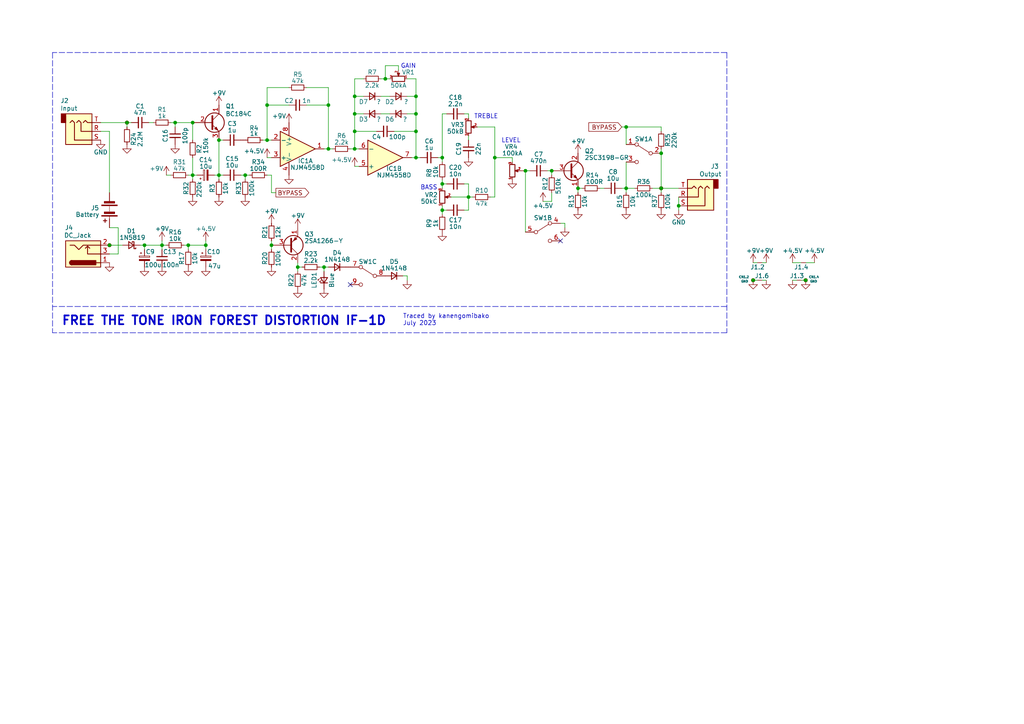
<source format=kicad_sch>
(kicad_sch (version 20230121) (generator eeschema)
  (paper "A4")
  (lib_symbols
    (symbol "Amplifier_Operational:NJM4558" (pin_names (offset 0.127))
      (property "Reference" "U" (at 0 5.08 0))
      (property "Value" "NJM4558" (at 0 -5.08 0))
      (symbol "NJM4558_1_1"
        (polyline (pts (xy -5.08 5.08) (xy 5.08 0) (xy -5.08 -5.08) (xy -5.08 5.08)) (stroke (width 0.254)) (fill (type background)))
        (pin output line (at 7.62 0 180) (length 2.54) (name "~") (number "1"))
        (pin input line (at -7.62 -2.54 0) (length 2.54) (name "-") (number "2"))
        (pin input line (at -7.62 2.54 0) (length 2.54) (name "+") (number "3"))
      )
      (symbol "NJM4558_2_1"
        (polyline (pts (xy -5.08 5.08) (xy 5.08 0) (xy -5.08 -5.08) (xy -5.08 5.08)) (stroke (width 0.254)) (fill (type background)))
        (pin input line (at -7.62 2.54 0) (length 2.54) (name "+") (number "5"))
        (pin input line (at -7.62 -2.54 0) (length 2.54) (name "-") (number "6"))
        (pin output line (at 7.62 0 180) (length 2.54) (name "~") (number "7"))
      )
      (symbol "NJM4558_3_1"
        (pin power_in line (at -2.54 -7.62 90) (length 3.81) (name "V-") (number "4"))
        (pin power_in line (at -2.54 7.62 270) (length 3.81) (name "V+") (number "8"))
      )
    )
    (symbol "Connector:Barrel_Jack_Switch" (pin_names hide)
      (property "Reference" "J" (at 0 5.334 0))
      (property "Value" "Barrel_Jack_Switch" (at 0 -5.08 0))
      (symbol "Barrel_Jack_Switch_0_1"
        (rectangle (start -5.08 3.81) (end 5.08 -3.81) (stroke (width 0.254)) (fill (type background)))
        (arc (start -3.302 3.175) (mid -3.9343 2.54) (end -3.302 1.905) (stroke (width 0.254)))
        (arc (start -3.302 3.175) (mid -3.9343 2.54) (end -3.302 1.905) (stroke (width 0.254)) (fill (type outline)))
        (polyline (pts (xy 1.27 -2.286) (xy 1.905 -1.651)) (stroke (width 0.254)))
        (polyline (pts (xy 5.08 2.54) (xy 3.81 2.54)) (stroke (width 0.254)))
        (polyline (pts (xy 5.08 0) (xy 1.27 0) (xy 1.27 -2.286) (xy 0.635 -1.651)) (stroke (width 0.254)))
        (polyline (pts (xy -3.81 -2.54) (xy -2.54 -2.54) (xy -1.27 -1.27) (xy 0 -2.54) (xy 2.54 -2.54) (xy 5.08 -2.54)) (stroke (width 0.254)))
        (rectangle (start 3.683 3.175) (end -3.302 1.905) (stroke (width 0.254)) (fill (type outline)))
      )
      (symbol "Barrel_Jack_Switch_1_1"
        (pin passive line (at 7.62 2.54 180) (length 2.54) (name "~") (number "1"))
        (pin passive line (at 7.62 -2.54 180) (length 2.54) (name "~") (number "2"))
        (pin passive line (at 7.62 0 180) (length 2.54) (name "~") (number "3"))
      )
    )
    (symbol "Connector:TestPoint_Small" (pin_numbers hide) (pin_names (offset 0.762) hide)
      (property "Reference" "TP" (at 0 3.81 0))
      (property "Value" "TestPoint_Small" (at 0 2.032 0))
      (symbol "TestPoint_Small_0_1"
        (circle (center 0 0) (radius 0.508))
      )
      (symbol "TestPoint_Small_1_1"
        (pin passive line (at 0 0 90) (length 0) (name "1") (number "1"))
      )
    )
    (symbol "Connector_Audio:AudioJack3"
      (property "Reference" "J" (at 0 8.89 0))
      (property "Value" "AudioJack3" (at 0 6.35 0))
      (symbol "AudioJack3_0_1"
        (rectangle (start -5.08 -5.08) (end -6.35 -2.54) (stroke (width 0.254)) (fill (type outline)))
        (polyline (pts (xy 0 -2.54) (xy 0.635 -3.175) (xy 1.27 -2.54) (xy 2.54 -2.54)) (stroke (width 0.254)))
        (polyline (pts (xy -1.905 -2.54) (xy -1.27 -3.175) (xy -0.635 -2.54) (xy -0.635 0) (xy 2.54 0)) (stroke (width 0.254)))
        (polyline (pts (xy 2.54 2.54) (xy -2.54 2.54) (xy -2.54 -2.54) (xy -3.175 -3.175) (xy -3.81 -2.54)) (stroke (width 0.254)))
        (rectangle (start 2.54 3.81) (end -5.08 -5.08) (stroke (width 0.254)) (fill (type background)))
      )
      (symbol "AudioJack3_1_1"
        (pin passive line (at 5.08 0 180) (length 2.54) (name "~") (number "R"))
        (pin passive line (at 5.08 2.54 180) (length 2.54) (name "~") (number "S"))
        (pin passive line (at 5.08 -2.54 180) (length 2.54) (name "~") (number "T"))
      )
    )
    (symbol "Device:Battery" (pin_numbers hide) (pin_names (offset 0) hide)
      (property "Reference" "BT" (at 2.54 2.54 0))
      (property "Value" "Battery" (at 2.54 0 0))
      (symbol "Battery_0_1"
        (rectangle (start -2.286 -1.27) (end 2.286 -1.524) (fill (type outline)))
        (rectangle (start -2.286 1.778) (end 2.286 1.524) (fill (type outline)))
        (rectangle (start -1.524 -2.032) (end 1.524 -2.54) (fill (type outline)))
        (rectangle (start -1.524 1.016) (end 1.524 0.508) (fill (type outline)))
        (polyline (pts (xy 0 -1.016) (xy 0 -0.762)))
        (polyline (pts (xy 0 -0.508) (xy 0 -0.254)))
        (polyline (pts (xy 0 0) (xy 0 0.254)))
        (polyline (pts (xy 0 1.778) (xy 0 2.54)))
        (polyline (pts (xy 0.762 3.048) (xy 1.778 3.048)) (stroke (width 0.254)))
        (polyline (pts (xy 1.27 3.556) (xy 1.27 2.54)) (stroke (width 0.254)))
      )
      (symbol "Battery_1_1"
        (pin passive line (at 0 5.08 270) (length 2.54) (name "+") (number "1"))
        (pin passive line (at 0 -5.08 90) (length 2.54) (name "-") (number "2"))
      )
    )
    (symbol "Device:C_Polarized_Small" (pin_numbers hide) (pin_names (offset 0.254) hide)
      (property "Reference" "C" (at 0.254 1.778 0))
      (property "Value" "C_Polarized_Small" (at 0.254 -2.032 0))
      (symbol "C_Polarized_Small_0_1"
        (rectangle (start -1.524 -0.3048) (end 1.524 -0.6858) (fill (type outline)))
        (rectangle (start -1.524 0.6858) (end 1.524 0.3048))
        (polyline (pts (xy -1.27 1.524) (xy -0.762 1.524)))
        (polyline (pts (xy -1.016 1.27) (xy -1.016 1.778)))
      )
      (symbol "C_Polarized_Small_1_1"
        (pin passive line (at 0 2.54 270) (length 1.8542) (name "~") (number "1"))
        (pin passive line (at 0 -2.54 90) (length 1.8542) (name "~") (number "2"))
      )
    )
    (symbol "Device:C_Small" (pin_numbers hide) (pin_names (offset 0.254) hide)
      (property "Reference" "C" (at 0.254 1.778 0))
      (property "Value" "C_Small" (at 0.254 -2.032 0))
      (symbol "C_Small_0_1"
        (polyline (pts (xy -1.524 -0.508) (xy 1.524 -0.508)) (stroke (width 0.3302)))
        (polyline (pts (xy -1.524 0.508) (xy 1.524 0.508)) (stroke (width 0.3048)))
      )
      (symbol "C_Small_1_1"
        (pin passive line (at 0 2.54 270) (length 2.032) (name "~") (number "1"))
        (pin passive line (at 0 -2.54 90) (length 2.032) (name "~") (number "2"))
      )
    )
    (symbol "Device:D_Schottky_Small" (pin_numbers hide) (pin_names (offset 0.254) hide)
      (property "Reference" "D" (at -1.27 2.032 0))
      (property "Value" "D_Schottky_Small" (at -7.112 -2.032 0))
      (symbol "D_Schottky_Small_0_1"
        (polyline (pts (xy -0.762 0) (xy 0.762 0)))
        (polyline (pts (xy 0.762 -1.016) (xy -0.762 0) (xy 0.762 1.016) (xy 0.762 -1.016)) (stroke (width 0.254)))
        (polyline (pts (xy -1.27 0.762) (xy -1.27 1.016) (xy -0.762 1.016) (xy -0.762 -1.016) (xy -0.254 -1.016) (xy -0.254 -0.762)) (stroke (width 0.254)))
      )
      (symbol "D_Schottky_Small_1_1"
        (pin passive line (at -2.54 0 0) (length 1.778) (name "K") (number "1"))
        (pin passive line (at 2.54 0 180) (length 1.778) (name "A") (number "2"))
      )
    )
    (symbol "Device:D_Small" (pin_numbers hide) (pin_names (offset 0.254) hide)
      (property "Reference" "D" (at -1.27 2.032 0))
      (property "Value" "D_Small" (at -3.81 -2.032 0))
      (symbol "D_Small_0_1"
        (polyline (pts (xy -0.762 -1.016) (xy -0.762 1.016)) (stroke (width 0.254)))
        (polyline (pts (xy -0.762 0) (xy 0.762 0)))
        (polyline (pts (xy 0.762 -1.016) (xy -0.762 0) (xy 0.762 1.016) (xy 0.762 -1.016)) (stroke (width 0.254)))
      )
      (symbol "D_Small_1_1"
        (pin passive line (at -2.54 0 0) (length 1.778) (name "K") (number "1"))
        (pin passive line (at 2.54 0 180) (length 1.778) (name "A") (number "2"))
      )
    )
    (symbol "Device:LED_Small" (pin_numbers hide) (pin_names (offset 0.254) hide)
      (property "Reference" "D" (at -1.27 3.175 0))
      (property "Value" "LED_Small" (at -4.445 -2.54 0))
      (symbol "LED_Small_0_1"
        (polyline (pts (xy -0.762 -1.016) (xy -0.762 1.016)) (stroke (width 0.254)))
        (polyline (pts (xy 1.016 0) (xy -0.762 0)))
        (polyline (pts (xy 0.762 -1.016) (xy -0.762 0) (xy 0.762 1.016) (xy 0.762 -1.016)) (stroke (width 0.254)))
        (polyline (pts (xy 0 0.762) (xy -0.508 1.27) (xy -0.254 1.27) (xy -0.508 1.27) (xy -0.508 1.016)))
        (polyline (pts (xy 0.508 1.27) (xy 0 1.778) (xy 0.254 1.778) (xy 0 1.778) (xy 0 1.524)))
      )
      (symbol "LED_Small_1_1"
        (pin passive line (at -2.54 0 0) (length 1.778) (name "K") (number "1"))
        (pin passive line (at 2.54 0 180) (length 1.778) (name "A") (number "2"))
      )
    )
    (symbol "Device:Q_NPN_CBE" (pin_names (offset 0) hide)
      (property "Reference" "Q" (at 5.08 1.27 0))
      (property "Value" "Q_NPN_CBE" (at 5.08 -1.27 0))
      (symbol "Q_NPN_CBE_0_1"
        (polyline (pts (xy 0.635 0.635) (xy 2.54 2.54)))
        (polyline (pts (xy 0.635 -0.635) (xy 2.54 -2.54) (xy 2.54 -2.54)))
        (polyline (pts (xy 0.635 1.905) (xy 0.635 -1.905) (xy 0.635 -1.905)) (stroke (width 0.508)))
        (polyline (pts (xy 1.27 -1.778) (xy 1.778 -1.27) (xy 2.286 -2.286) (xy 1.27 -1.778) (xy 1.27 -1.778)) (fill (type outline)))
        (circle (center 1.27 0) (radius 2.8194) (stroke (width 0.254)))
      )
      (symbol "Q_NPN_CBE_1_1"
        (pin passive line (at 2.54 5.08 270) (length 2.54) (name "C") (number "1"))
        (pin input line (at -5.08 0 0) (length 5.715) (name "B") (number "2"))
        (pin passive line (at 2.54 -5.08 90) (length 2.54) (name "E") (number "3"))
      )
    )
    (symbol "Device:Q_NPN_ECB" (pin_names (offset 0) hide)
      (property "Reference" "Q" (at 5.08 1.27 0))
      (property "Value" "Q_NPN_ECB" (at 5.08 -1.27 0))
      (symbol "Q_NPN_ECB_0_1"
        (polyline (pts (xy 0.635 0.635) (xy 2.54 2.54)))
        (polyline (pts (xy 0.635 -0.635) (xy 2.54 -2.54) (xy 2.54 -2.54)))
        (polyline (pts (xy 0.635 1.905) (xy 0.635 -1.905) (xy 0.635 -1.905)) (stroke (width 0.508)))
        (polyline (pts (xy 1.27 -1.778) (xy 1.778 -1.27) (xy 2.286 -2.286) (xy 1.27 -1.778) (xy 1.27 -1.778)) (fill (type outline)))
        (circle (center 1.27 0) (radius 2.8194) (stroke (width 0.254)))
      )
      (symbol "Q_NPN_ECB_1_1"
        (pin passive line (at 2.54 -5.08 90) (length 2.54) (name "E") (number "1"))
        (pin passive line (at 2.54 5.08 270) (length 2.54) (name "C") (number "2"))
        (pin passive line (at -5.08 0 0) (length 5.715) (name "B") (number "3"))
      )
    )
    (symbol "Device:Q_PNP_ECB" (pin_names (offset 0) hide)
      (property "Reference" "Q" (at 5.08 1.27 0))
      (property "Value" "Q_PNP_ECB" (at 5.08 -1.27 0))
      (symbol "Q_PNP_ECB_0_1"
        (polyline (pts (xy 0.635 0.635) (xy 2.54 2.54)))
        (polyline (pts (xy 0.635 -0.635) (xy 2.54 -2.54) (xy 2.54 -2.54)))
        (polyline (pts (xy 0.635 1.905) (xy 0.635 -1.905) (xy 0.635 -1.905)) (stroke (width 0.508)))
        (polyline (pts (xy 2.286 -1.778) (xy 1.778 -2.286) (xy 1.27 -1.27) (xy 2.286 -1.778) (xy 2.286 -1.778)) (fill (type outline)))
        (circle (center 1.27 0) (radius 2.8194) (stroke (width 0.254)))
      )
      (symbol "Q_PNP_ECB_1_1"
        (pin passive line (at 2.54 -5.08 90) (length 2.54) (name "E") (number "1"))
        (pin passive line (at 2.54 5.08 270) (length 2.54) (name "C") (number "2"))
        (pin input line (at -5.08 0 0) (length 5.715) (name "B") (number "3"))
      )
    )
    (symbol "Device:R_Potentiometer_Small" (pin_names (offset 1.016) hide)
      (property "Reference" "RV" (at -4.445 0 90))
      (property "Value" "R_Potentiometer_Small" (at -2.54 0 90))
      (symbol "R_Potentiometer_Small_0_1"
        (polyline (pts (xy 0.889 0) (xy 0.635 0) (xy 1.651 0.381) (xy 1.651 -0.381) (xy 0.635 0) (xy 0.889 0)) (fill (type outline)))
        (rectangle (start 0.762 1.8034) (end -0.762 -1.8034) (stroke (width 0.254)))
      )
      (symbol "R_Potentiometer_Small_1_1"
        (pin passive line (at 0 2.54 270) (length 0.635) (name "1") (number "1"))
        (pin passive line (at 2.54 0 180) (length 0.9906) (name "2") (number "2"))
        (pin passive line (at 0 -2.54 90) (length 0.635) (name "3") (number "3"))
      )
    )
    (symbol "Device:R_Small" (pin_numbers hide) (pin_names (offset 0.254) hide)
      (property "Reference" "R" (at 0.762 0.508 0))
      (property "Value" "R_Small" (at 0.762 -1.016 0))
      (symbol "R_Small_0_1"
        (rectangle (start -0.762 1.778) (end 0.762 -1.778) (stroke (width 0.2032)))
      )
      (symbol "R_Small_1_1"
        (pin passive line (at 0 2.54 270) (length 0.762) (name "~") (number "1"))
        (pin passive line (at 0 -2.54 90) (length 0.762) (name "~") (number "2"))
      )
    )
    (symbol "myLib:+4.5V" (power) (pin_names (offset 0))
      (property "Value" "+4.5V" (at 0 3.556 0))
      (symbol "+4.5V_0_1"
        (polyline (pts (xy -0.762 1.27) (xy 0 2.54)))
        (polyline (pts (xy 0 0) (xy 0 2.54)))
        (polyline (pts (xy 0 2.54) (xy 0.762 1.27)))
      )
      (symbol "+4.5V_1_1"
        (pin power_in line (at 0 0 90) (length 0) hide (name "+4.5V") (number "1"))
      )
    )
    (symbol "myLib:SW_3PDT" (pin_names (offset 0) hide)
      (property "Reference" "SW" (at 0 4.318 0))
      (property "Value" "SW_3PDT" (at 0 -5.08 0))
      (symbol "SW_3PDT_0_0"
        (circle (center -2.032 0) (radius 0.508))
        (circle (center 2.032 -2.54) (radius 0.508))
      )
      (symbol "SW_3PDT_0_1"
        (polyline (pts (xy -1.524 0.254) (xy 1.651 2.286)))
        (circle (center 2.032 2.54) (radius 0.508))
      )
      (symbol "SW_3PDT_1_1"
        (pin passive line (at 5.08 2.54 180) (length 2.54) (name "A") (number "1"))
        (pin passive line (at -5.08 0 0) (length 2.54) (name "B") (number "2"))
        (pin passive line (at 5.08 -2.54 180) (length 2.54) (name "C") (number "3"))
      )
      (symbol "SW_3PDT_2_1"
        (pin passive line (at 5.08 2.54 180) (length 2.54) (name "A") (number "4"))
        (pin passive line (at -5.08 0 0) (length 2.54) (name "B") (number "5"))
        (pin passive line (at 5.08 -2.54 180) (length 2.54) (name "C") (number "6"))
      )
      (symbol "SW_3PDT_3_1"
        (pin passive line (at 5.08 2.54 180) (length 2.54) (name "A") (number "7"))
        (pin passive line (at -5.08 0 0) (length 2.54) (name "B") (number "8"))
        (pin passive line (at 5.08 -2.54 180) (length 2.54) (name "C") (number "9"))
      )
    )
    (symbol "myLib:my_conn_line" (pin_numbers hide) (pin_names (offset 0) hide)
      (property "Reference" "CN" (at -2.286 2.032 0))
      (property "Value" "conn" (at 0 -2.032 0))
      (symbol "my_conn_line_1_1"
        (pin passive line (at 1.27 0 180) (length 0.635) (name "1") (number "1"))
        (pin passive line (at 0 0 0) (length 0.635) (name "2") (number "2"))
      )
    )
    (symbol "power:+9V" (power) (pin_names (offset 0))
      (property "Value" "+9V" (at 0 3.556 0))
      (symbol "+9V_0_1"
        (polyline (pts (xy -0.762 1.27) (xy 0 2.54)))
        (polyline (pts (xy 0 0) (xy 0 2.54)))
        (polyline (pts (xy 0 2.54) (xy 0.762 1.27)))
      )
      (symbol "+9V_1_1"
        (pin power_in line (at 0 0 90) (length 0) hide (name "+9V") (number "1"))
      )
    )
    (symbol "power:GND" (power) (pin_names (offset 0))
      (property "Value" "GND" (at 0 -3.81 0))
      (symbol "GND_0_1"
        (polyline (pts (xy 0 0) (xy 0 -1.27) (xy 1.27 -1.27) (xy 0 -2.54) (xy -1.27 -1.27) (xy 0 -1.27)))
      )
      (symbol "GND_1_1"
        (pin power_in line (at 0 0 270) (length 0) hide (name "GND") (number "1"))
      )
    )
  )
  (junction (at 102.87 38.1))
  (junction (at 50.8 35.56))
  (junction (at 71.12 50.8))
  (junction (at 31.75 71.12))
  (junction (at 95.25 43.18))
  (junction (at 120.65 38.1))
  (junction (at 135.89 57.15))
  (junction (at 181.61 36.83))
  (junction (at 120.65 33.02))
  (junction (at 59.69 71.12))
  (junction (at 102.87 43.18))
  (junction (at 95.25 30.48))
  (junction (at 196.85 59.69))
  (junction (at 128.27 53.34))
  (junction (at 152.4 49.53))
  (junction (at 233.68 81.28))
  (junction (at 128.27 60.96))
  (junction (at 54.61 71.12))
  (junction (at 41.91 71.12))
  (junction (at 181.61 54.61))
  (junction (at 86.36 77.47))
  (junction (at 111.76 22.86))
  (junction (at 160.02 49.53))
  (junction (at 218.44 81.28))
  (junction (at 77.47 30.48))
  (junction (at 46.99 71.12))
  (junction (at 78.74 71.12))
  (junction (at 63.5 40.64))
  (junction (at 102.87 33.02))
  (junction (at 191.77 54.61))
  (junction (at 167.64 54.61))
  (junction (at 93.98 77.47))
  (junction (at 36.83 35.56))
  (junction (at 143.51 45.72))
  (junction (at 128.27 45.72))
  (junction (at 120.65 27.94))
  (junction (at 191.77 44.45))
  (junction (at 63.5 50.8))
  (junction (at 77.47 40.64))
  (junction (at 55.88 35.56))
  (junction (at 120.65 45.72))
  (junction (at 102.87 27.94))
  (junction (at 55.88 50.8))
  (no_connect (at 162.56 69.85))
  (no_connect (at 101.6 82.55))
  (wire (pts (xy 143.51 57.15) (xy 142.24 57.15)))
  (wire (pts (xy 118.11 80.01) (xy 118.11 81.28)))
  (wire (pts (xy 118.11 27.94) (xy 120.65 27.94)))
  (wire (pts (xy 118.11 80.01) (xy 116.84 80.01)))
  (wire (pts (xy 191.77 54.61) (xy 196.85 54.61)))
  (wire (pts (xy 135.89 57.15) (xy 130.81 57.15)))
  (wire (pts (xy 31.75 73.66) (xy 34.29 73.66)))
  (wire (pts (xy 59.69 69.85) (xy 59.69 71.12)))
  (wire (pts (xy 76.2 40.64) (xy 77.47 40.64)))
  (wire (pts (xy 80.01 55.88) (xy 78.74 55.88)))
  (wire (pts (xy 48.26 50.8) (xy 49.53 50.8)))
  (wire (pts (xy 167.64 54.61) (xy 168.91 54.61)))
  (wire (pts (xy 102.87 27.94) (xy 102.87 33.02)))
  (wire (pts (xy 53.34 71.12) (xy 54.61 71.12)))
  (wire (pts (xy 63.5 50.8) (xy 64.77 50.8)))
  (wire (pts (xy 129.54 53.34) (xy 128.27 53.34)))
  (wire (pts (xy 153.67 49.53) (xy 152.4 49.53)))
  (wire (pts (xy 218.44 81.28) (xy 219.71 81.28)))
  (wire (pts (xy 43.18 35.56) (xy 44.45 35.56)))
  (wire (pts (xy 120.65 45.72) (xy 121.92 45.72)))
  (wire (pts (xy 110.49 27.94) (xy 113.03 27.94)))
  (wire (pts (xy 128.27 33.02) (xy 129.54 33.02)))
  (wire (pts (xy 120.65 27.94) (xy 120.65 33.02)))
  (wire (pts (xy 54.61 71.12) (xy 59.69 71.12)))
  (wire (pts (xy 55.88 35.56) (xy 55.88 40.64)))
  (wire (pts (xy 95.25 43.18) (xy 93.98 43.18)))
  (wire (pts (xy 111.76 19.05) (xy 111.76 22.86)))
  (polyline (pts (xy 210.82 96.52) (xy 15.24 96.52)) (stroke (width 0) (type dash)))
  (wire (pts (xy 77.47 30.48) (xy 77.47 40.64)))
  (wire (pts (xy 93.98 77.47) (xy 93.98 78.74)))
  (wire (pts (xy 55.88 52.07) (xy 55.88 50.8)))
  (polyline (pts (xy 210.82 15.24) (xy 15.24 15.24)) (stroke (width 0) (type dash)))
  (wire (pts (xy 180.34 54.61) (xy 181.61 54.61)))
  (wire (pts (xy 115.57 20.32) (xy 115.57 19.05)))
  (wire (pts (xy 196.85 59.69) (xy 196.85 60.96)))
  (wire (pts (xy 63.5 50.8) (xy 63.5 52.07)))
  (wire (pts (xy 229.87 76.2) (xy 232.41 76.2)))
  (wire (pts (xy 191.77 43.18) (xy 191.77 44.45)))
  (wire (pts (xy 134.62 53.34) (xy 135.89 53.34)))
  (wire (pts (xy 115.57 19.05) (xy 111.76 19.05)))
  (wire (pts (xy 95.25 43.18) (xy 96.52 43.18)))
  (wire (pts (xy 71.12 50.8) (xy 72.39 50.8)))
  (wire (pts (xy 233.68 81.28) (xy 232.41 81.28)))
  (wire (pts (xy 50.8 35.56) (xy 49.53 35.56)))
  (wire (pts (xy 120.65 22.86) (xy 120.65 27.94)))
  (wire (pts (xy 118.11 22.86) (xy 120.65 22.86)))
  (wire (pts (xy 46.99 69.85) (xy 46.99 71.12)))
  (wire (pts (xy 102.87 38.1) (xy 109.22 38.1)))
  (wire (pts (xy 181.61 36.83) (xy 191.77 36.83)))
  (wire (pts (xy 135.89 53.34) (xy 135.89 57.15)))
  (wire (pts (xy 135.89 57.15) (xy 137.16 57.15)))
  (wire (pts (xy 148.59 45.72) (xy 143.51 45.72)))
  (wire (pts (xy 102.87 43.18) (xy 102.87 38.1)))
  (wire (pts (xy 128.27 46.99) (xy 128.27 45.72)))
  (wire (pts (xy 86.36 77.47) (xy 87.63 77.47)))
  (wire (pts (xy 128.27 52.07) (xy 128.27 53.34)))
  (wire (pts (xy 128.27 45.72) (xy 128.27 33.02)))
  (wire (pts (xy 77.47 25.4) (xy 77.47 30.48)))
  (wire (pts (xy 63.5 40.64) (xy 63.5 50.8)))
  (wire (pts (xy 95.25 30.48) (xy 95.25 43.18)))
  (wire (pts (xy 86.36 76.2) (xy 86.36 77.47)))
  (wire (pts (xy 93.98 77.47) (xy 92.71 77.47)))
  (wire (pts (xy 218.44 76.2) (xy 219.71 76.2)))
  (wire (pts (xy 127 45.72) (xy 128.27 45.72)))
  (wire (pts (xy 71.12 50.8) (xy 71.12 52.07)))
  (wire (pts (xy 120.65 33.02) (xy 120.65 38.1)))
  (wire (pts (xy 157.48 58.42) (xy 160.02 58.42)))
  (wire (pts (xy 167.64 54.61) (xy 167.64 55.88)))
  (wire (pts (xy 135.89 33.02) (xy 135.89 34.29)))
  (wire (pts (xy 222.25 76.2) (xy 220.98 76.2)))
  (wire (pts (xy 134.62 33.02) (xy 135.89 33.02)))
  (wire (pts (xy 29.21 38.1) (xy 31.75 38.1)))
  (wire (pts (xy 62.23 50.8) (xy 63.5 50.8)))
  (polyline (pts (xy 210.82 88.9) (xy 15.24 88.9)) (stroke (width 0) (type dash)))
  (wire (pts (xy 50.8 35.56) (xy 55.88 35.56)))
  (wire (pts (xy 77.47 25.4) (xy 83.82 25.4)))
  (wire (pts (xy 78.74 50.8) (xy 77.47 50.8)))
  (wire (pts (xy 111.76 22.86) (xy 113.03 22.86)))
  (wire (pts (xy 120.65 45.72) (xy 119.38 45.72)))
  (wire (pts (xy 191.77 54.61) (xy 191.77 44.45)))
  (wire (pts (xy 152.4 49.53) (xy 152.4 67.31)))
  (wire (pts (xy 46.99 71.12) (xy 41.91 71.12)))
  (wire (pts (xy 128.27 53.34) (xy 128.27 54.61)))
  (wire (pts (xy 34.29 66.04) (xy 34.29 73.66)))
  (wire (pts (xy 138.43 36.83) (xy 143.51 36.83)))
  (wire (pts (xy 55.88 45.72) (xy 55.88 50.8)))
  (wire (pts (xy 88.9 25.4) (xy 95.25 25.4)))
  (wire (pts (xy 143.51 45.72) (xy 143.51 57.15)))
  (wire (pts (xy 180.34 36.83) (xy 181.61 36.83)))
  (wire (pts (xy 40.64 71.12) (xy 41.91 71.12)))
  (wire (pts (xy 102.87 43.18) (xy 104.14 43.18)))
  (wire (pts (xy 128.27 60.96) (xy 128.27 62.23)))
  (wire (pts (xy 78.74 71.12) (xy 78.74 72.39)))
  (wire (pts (xy 196.85 57.15) (xy 196.85 59.69)))
  (wire (pts (xy 83.82 30.48) (xy 77.47 30.48)))
  (wire (pts (xy 77.47 40.64) (xy 78.74 40.64)))
  (wire (pts (xy 102.87 27.94) (xy 105.41 27.94)))
  (wire (pts (xy 173.99 54.61) (xy 175.26 54.61)))
  (wire (pts (xy 31.75 66.04) (xy 34.29 66.04)))
  (wire (pts (xy 163.83 64.77) (xy 162.56 64.77)))
  (wire (pts (xy 229.87 81.28) (xy 231.14 81.28)))
  (wire (pts (xy 101.6 43.18) (xy 102.87 43.18)))
  (wire (pts (xy 189.23 54.61) (xy 191.77 54.61)))
  (wire (pts (xy 110.49 22.86) (xy 111.76 22.86)))
  (wire (pts (xy 128.27 59.69) (xy 128.27 60.96)))
  (wire (pts (xy 118.11 33.02) (xy 120.65 33.02)))
  (wire (pts (xy 143.51 36.83) (xy 143.51 45.72)))
  (wire (pts (xy 181.61 54.61) (xy 181.61 55.88)))
  (wire (pts (xy 59.69 71.12) (xy 59.69 72.39)))
  (wire (pts (xy 129.54 60.96) (xy 128.27 60.96)))
  (wire (pts (xy 102.87 22.86) (xy 105.41 22.86)))
  (wire (pts (xy 63.5 40.64) (xy 64.77 40.64)))
  (wire (pts (xy 86.36 77.47) (xy 86.36 78.74)))
  (wire (pts (xy 163.83 64.77) (xy 163.83 66.04)))
  (wire (pts (xy 181.61 54.61) (xy 184.15 54.61)))
  (wire (pts (xy 102.87 33.02) (xy 105.41 33.02)))
  (wire (pts (xy 29.21 35.56) (xy 36.83 35.56)))
  (wire (pts (xy 31.75 71.12) (xy 35.56 71.12)))
  (wire (pts (xy 41.91 71.12) (xy 41.91 72.39)))
  (polyline (pts (xy 210.82 15.24) (xy 210.82 96.52)) (stroke (width 0) (type dash)))
  (wire (pts (xy 114.3 38.1) (xy 120.65 38.1)))
  (wire (pts (xy 181.61 36.83) (xy 181.61 41.91)))
  (polyline (pts (xy 15.24 15.24) (xy 15.24 96.52)) (stroke (width 0) (type dash)))
  (wire (pts (xy 88.9 30.48) (xy 95.25 30.48)))
  (wire (pts (xy 36.83 35.56) (xy 38.1 35.56)))
  (wire (pts (xy 54.61 71.12) (xy 54.61 72.39)))
  (wire (pts (xy 57.15 50.8) (xy 55.88 50.8)))
  (wire (pts (xy 181.61 46.99) (xy 181.61 54.61)))
  (wire (pts (xy 102.87 33.02) (xy 102.87 38.1)))
  (wire (pts (xy 191.77 36.83) (xy 191.77 38.1)))
  (wire (pts (xy 222.25 81.28) (xy 220.98 81.28)))
  (wire (pts (xy 50.8 35.56) (xy 50.8 36.83)))
  (wire (pts (xy 46.99 71.12) (xy 48.26 71.12)))
  (wire (pts (xy 46.99 71.12) (xy 46.99 72.39)))
  (wire (pts (xy 191.77 54.61) (xy 191.77 55.88)))
  (wire (pts (xy 78.74 55.88) (xy 78.74 50.8)))
  (wire (pts (xy 160.02 55.88) (xy 160.02 58.42)))
  (wire (pts (xy 236.22 76.2) (xy 233.68 76.2)))
  (wire (pts (xy 135.89 57.15) (xy 135.89 60.96)))
  (wire (pts (xy 78.74 69.85) (xy 78.74 71.12)))
  (wire (pts (xy 93.98 77.47) (xy 95.25 77.47)))
  (wire (pts (xy 95.25 25.4) (xy 95.25 30.48)))
  (wire (pts (xy 120.65 38.1) (xy 120.65 45.72)))
  (wire (pts (xy 158.75 49.53) (xy 160.02 49.53)))
  (wire (pts (xy 110.49 33.02) (xy 113.03 33.02)))
  (wire (pts (xy 148.59 46.99) (xy 148.59 45.72)))
  (wire (pts (xy 102.87 22.86) (xy 102.87 27.94)))
  (wire (pts (xy 102.87 48.26) (xy 104.14 48.26)))
  (wire (pts (xy 31.75 38.1) (xy 31.75 55.88)))
  (wire (pts (xy 54.61 50.8) (xy 55.88 50.8)))
  (wire (pts (xy 160.02 49.53) (xy 160.02 50.8)))
  (wire (pts (xy 135.89 60.96) (xy 134.62 60.96)))
  (wire (pts (xy 69.85 50.8) (xy 71.12 50.8)))
  (wire (pts (xy 36.83 35.56) (xy 36.83 36.83)))
  (wire (pts (xy 77.47 45.72) (xy 78.74 45.72)))
  (wire (pts (xy 135.89 39.37) (xy 135.89 40.64)))
  (text "FREE THE TONE IRON FOREST DISTORTION IF-1D" (at 17.78 94.615 0) (effects (font (size 2.54 2.54) (thickness 0.508) bold) (justify left bottom)))
  (text "BASS" (at 121.92 55.245 0) (effects (font (size 1.27 1.27)) (justify left bottom)))
  (text "GAIN" (at 116.205 20.0025 0) (effects (font (size 1.27 1.27)) (justify left bottom)))
  (text "TREBLE" (at 137.4775 34.6075 0) (effects (font (size 1.27 1.27)) (justify left bottom)))
  (text "Traced by kanengomibako\nJuly 2023" (at 116.84 94.615 0) (effects (font (size 1.27 1.27)) (justify left bottom)))
  (text "LEVEL" (at 145.415 41.5925 0) (effects (font (size 1.27 1.27)) (justify left bottom)))
  (global_label "BYPASS" (shape output) (at 80.01 55.88 0) (property "Intersheetrefs" "${INTERSHEET_REFS}" (effects hide)))
  (global_label "BYPASS" (shape input) (at 180.34 36.83 180) (property "Intersheetrefs" "${INTERSHEET_REFS}" (effects hide)))
  (symbol (lib_id "Device:R_Small") (at 50.8 71.12 270) (unit 1)
    (property "Reference" "R16" (at 50.8 67.31 90))
    (property "Value" "10k" (at 50.8 69.215 90))
    (property "Footprint" "myFoot:my_R_P8mm_Horizontal" (effects hide))
  )
  (symbol (lib_id "power:+9V") (at 218.44 76.2 0) (unit 1)
    (property "Reference" "#PWR021" (effects hide))
    (property "Value" "+9V" (at 218.44 72.7075 0))
  )
  (symbol (lib_id "power:GND") (at 78.74 77.47 0) (unit 1)
    (property "Reference" "#PWR03" (effects hide))
    (property "Value" "GND" (effects hide))
  )
  (symbol (lib_id "Device:Q_NPN_CBE") (at 60.96 35.56 0) (unit 1)
    (property "Reference" "Q1" (at 65.405 30.7975 0) (effects (justify left)))
    (property "Value" "BC184C" (at 65.405 33.02 0) (effects (justify left)))
    (property "Footprint" "Package_TO_SOT_THT:TO-92L_Inline_Wide" (effects hide))
  )
  (symbol (lib_id "Device:R_Small") (at 86.36 81.28 0) (unit 1)
    (property "Reference" "R22" (at 84.455 81.28 90))
    (property "Value" "47k" (at 88.265 81.28 90))
    (property "Footprint" "myFoot:my_R_P8mm_Horizontal" (effects hide))
  )
  (symbol (lib_id "Device:LED_Small") (at 93.98 81.28 90) (unit 1)
    (property "Reference" "LED1" (at 91.1225 81.28 0))
    (property "Value" "Blue" (at 96.2025 81.28 0))
    (property "Footprint" "LED_THT:LED_D3.0mm" (effects hide))
  )
  (symbol (lib_id "Device:R_Small") (at 181.61 58.42 0) (unit 1)
    (property "Reference" "R15" (at 179.705 58.42 90))
    (property "Value" "10k" (at 183.515 58.42 90))
    (property "Footprint" "Resistor_THT:R_Axial_DIN0207_L6.3mm_D2.5mm_P10.16mm_Horizontal" (effects hide))
  )
  (symbol (lib_id "Device:C_Small") (at 132.08 33.02 270) (unit 1)
    (property "Reference" "C18" (at 132.08 28.2575 90))
    (property "Value" "2.2n" (at 132.08 30.1625 90))
    (property "Footprint" "Capacitor_THT:C_Rect_L7.0mm_W2.5mm_P5.00mm" (effects hide))
  )
  (symbol (lib_id "power:GND") (at 118.11 81.28 0) (mirror y) (unit 1)
    (property "Reference" "#PWR030" (effects hide))
    (property "Value" "GND" (effects hide))
  )
  (symbol (lib_id "Device:R_Small") (at 167.64 58.42 0) (unit 1)
    (property "Reference" "R13" (at 165.735 58.42 90))
    (property "Value" "10k" (at 169.545 58.42 90))
    (property "Footprint" "Resistor_THT:R_Axial_DIN0207_L6.3mm_D2.5mm_P10.16mm_Horizontal" (effects hide))
  )
  (symbol (lib_id "Amplifier_Operational:NJM4558") (at 111.76 45.72 0) (mirror x) (unit 2)
    (property "Reference" "IC1" (at 114.3 48.895 0))
    (property "Value" "NJM4558D" (at 114.3 50.8 0))
    (property "Footprint" "Package_DIP:DIP-8_W7.62mm" (effects hide))
  )
  (symbol (lib_id "Device:Q_NPN_ECB") (at 165.1 49.53 0) (unit 1)
    (property "Reference" "Q2" (at 169.545 43.815 0) (effects (justify left)))
    (property "Value" "2SC3198-GR" (at 169.545 45.72 0) (effects (justify left)))
    (property "Footprint" "Package_TO_SOT_THT:TO-92L_Inline_Wide" (effects hide))
  )
  (symbol (lib_id "Device:R_Small") (at 107.95 22.86 270) (unit 1)
    (property "Reference" "R7" (at 107.95 20.955 90))
    (property "Value" "2.2k" (at 107.95 24.765 90))
    (property "Footprint" "Resistor_THT:R_Axial_DIN0207_L6.3mm_D2.5mm_P10.16mm_Horizontal" (effects hide))
  )
  (symbol (lib_id "Device:C_Small") (at 40.64 35.56 270) (unit 1)
    (property "Reference" "C1" (at 40.64 30.7975 90))
    (property "Value" "47n" (at 40.64 32.7025 90))
    (property "Footprint" "Capacitor_THT:C_Rect_L7.0mm_W2.5mm_P5.00mm" (effects hide))
  )
  (symbol (lib_id "Device:R_Potentiometer_Small") (at 135.89 36.83 0) (mirror x) (unit 1)
    (property "Reference" "VR3" (at 132.715 36.195 0))
    (property "Value" "50kB" (at 132.08 38.1 0))
    (property "Footprint" "Connector_PinHeader_2.54mm:PinHeader_1x03_P2.54mm_Vertical" (effects hide))
  )
  (symbol (lib_id "power:GND") (at 229.87 81.28 0) (unit 1)
    (property "Reference" "#PWR019" (effects hide))
    (property "Value" "GND" (effects hide))
  )
  (symbol (lib_id "Device:R_Small") (at 36.83 39.37 180) (unit 1)
    (property "Reference" "R24" (at 38.735 40.3225 90))
    (property "Value" "2.2M" (at 40.64 40.3225 90))
    (property "Footprint" "Resistor_THT:R_Axial_DIN0207_L6.3mm_D2.5mm_P10.16mm_Horizontal" (effects hide))
  )
  (symbol (lib_id "power:GND") (at 59.69 77.47 0) (unit 1)
    (property "Reference" "#PWR08" (effects hide))
    (property "Value" "GND" (effects hide))
  )
  (symbol (lib_id "Device:D_Small") (at 115.57 33.02 0) (unit 1)
    (property "Reference" "D6" (at 113.03 34.6075 0))
    (property "Value" "?" (at 117.475 34.6075 0))
    (property "Footprint" "Diode_THT:D_DO-41_SOD81_P10.16mm_Horizontal" (effects hide))
  )
  (symbol (lib_id "Device:R_Small") (at 52.07 50.8 90) (unit 1)
    (property "Reference" "R31" (at 52.07 46.99 90))
    (property "Value" "47k" (at 52.07 48.895 90))
    (property "Footprint" "Resistor_THT:R_Axial_DIN0207_L6.3mm_D2.5mm_P10.16mm_Horizontal" (effects hide))
  )
  (symbol (lib_id "Device:C_Small") (at 132.08 53.34 270) (unit 1)
    (property "Reference" "C20" (at 132.08 48.5775 90))
    (property "Value" "10n" (at 132.08 50.4825 90))
    (property "Footprint" "Capacitor_THT:C_Rect_L7.0mm_W2.5mm_P5.00mm" (effects hide))
  )
  (symbol (lib_id "myLib:my_conn_line") (at 100.33 77.47 0) (mirror x) (unit 1)
    (property "Reference" "J1.7" (effects hide))
    (property "Value" "-" (effects hide))
    (property "Footprint" "myFoot:my_conn" (effects hide))
  )
  (symbol (lib_id "myLib:+4.5V") (at 102.87 48.26 0) (unit 1)
    (property "Reference" "#PWR036" (effects hide))
    (property "Value" "+4.5V" (at 99.06 46.355 0))
  )
  (symbol (lib_id "myLib:my_conn_line") (at 71.12 40.64 180) (unit 1)
    (property "Reference" "J1.1" (effects hide))
    (property "Value" "-" (effects hide))
    (property "Footprint" "myFoot:my_conn" (effects hide))
  )
  (symbol (lib_id "Device:C_Polarized_Small") (at 41.91 74.93 0) (unit 1)
    (property "Reference" "C9" (at 42.2275 73.025 0) (effects (justify left)))
    (property "Value" "100u" (at 41.91 76.835 0) (effects (justify left)))
    (property "Footprint" "Capacitor_THT:CP_Radial_D5.0mm_P2.50mm" (effects hide))
  )
  (symbol (lib_id "Connector_Audio:AudioJack3") (at 201.93 57.15 180) (unit 1) (on_board no)
    (property "Reference" "J3" (at 207.3275 48.26 0))
    (property "Value" "Output" (at 206.0575 50.4825 0))
    (property "Footprint" "Connector_PinHeader_2.54mm:PinHeader_1x03_P2.54mm_Vertical" (effects hide))
  )
  (symbol (lib_id "Device:D_Schottky_Small") (at 38.1 71.12 180) (unit 1)
    (property "Reference" "D1" (at 38.1 66.9925 0))
    (property "Value" "1N5819" (at 38.4175 68.8975 0))
    (property "Footprint" "Diode_THT:D_DO-41_SOD81_P10.16mm_Horizontal" (effects hide))
  )
  (symbol (lib_id "Device:C_Polarized_Small") (at 59.69 50.8 90) (unit 1)
    (property "Reference" "C14" (at 61.595 46.355 90) (effects (justify left)))
    (property "Value" "10u" (at 61.595 48.26 90) (effects (justify left)))
    (property "Footprint" "Capacitor_THT:CP_Radial_D5.0mm_P2.50mm" (effects hide))
  )
  (symbol (lib_id "Device:R_Small") (at 171.45 54.61 90) (unit 1)
    (property "Reference" "R14" (at 171.7675 50.8 90))
    (property "Value" "100R" (at 172.4025 52.705 90))
    (property "Footprint" "Resistor_THT:R_Axial_DIN0207_L6.3mm_D2.5mm_P10.16mm_Horizontal" (effects hide))
  )
  (symbol (lib_id "myLib:+4.5V") (at 157.48 58.42 0) (unit 1)
    (property "Reference" "#PWR011" (effects hide))
    (property "Value" "+4.5V" (at 157.48 59.69 0))
  )
  (symbol (lib_id "myLib:SW_3PDT") (at 106.68 80.01 0) (mirror y) (unit 3)
    (property "Reference" "SW1" (at 106.68 75.8825 0))
    (property "Value" "SW" (effects hide))
    (property "Footprint" "myFoot:my_sw_3pdt" (effects hide))
  )
  (symbol (lib_id "power:GND") (at 233.68 81.28 0) (unit 1)
    (property "Reference" "#PWR020" (effects hide))
    (property "Value" "GND" (effects hide))
  )
  (symbol (lib_id "Connector:TestPoint_Small") (at 36.83 35.56 0) (unit 1)
    (property "Reference" "CN1.1" (effects hide))
    (property "Value" "In" (effects hide))
    (property "Footprint" "myFoot:my_SmallPad_0-8mmDrill" (effects hide))
  )
  (symbol (lib_id "power:+9V") (at 167.64 44.45 0) (unit 1)
    (property "Reference" "#PWR024" (effects hide))
    (property "Value" "+9V" (at 167.64 40.9575 0))
  )
  (symbol (lib_id "Device:D_Small") (at 114.3 80.01 0) (mirror y) (unit 1)
    (property "Reference" "D5" (at 114.3 75.8825 0))
    (property "Value" "1N4148" (at 114.3 77.7875 0))
    (property "Footprint" "Diode_THT:D_DO-41_SOD81_P10.16mm_Horizontal" (effects hide))
  )
  (symbol (lib_id "power:GND") (at 222.25 81.28 0) (unit 1)
    (property "Reference" "#PWR018" (effects hide))
    (property "Value" "GND" (effects hide))
  )
  (symbol (lib_id "Device:C_Small") (at 67.31 40.64 90) (unit 1)
    (property "Reference" "C3" (at 67.31 35.8775 90))
    (property "Value" "1u" (at 67.31 37.7825 90))
    (property "Footprint" "Capacitor_THT:C_Rect_L7.0mm_W2.5mm_P5.00mm" (effects hide))
  )
  (symbol (lib_id "power:GND") (at 46.99 77.47 0) (unit 1)
    (property "Reference" "#PWR034" (effects hide))
    (property "Value" "GND" (effects hide))
  )
  (symbol (lib_id "Device:R_Small") (at 160.02 53.34 0) (unit 1)
    (property "Reference" "R12" (at 158.115 53.34 90))
    (property "Value" "510k" (at 161.925 53.975 90))
    (property "Footprint" "Resistor_THT:R_Axial_DIN0207_L6.3mm_D2.5mm_P10.16mm_Horizontal" (effects hide))
  )
  (symbol (lib_id "power:GND") (at 196.85 60.96 0) (mirror y) (unit 1)
    (property "Reference" "#PWR035" (effects hide))
    (property "Value" "GND" (at 196.85 64.4525 0))
  )
  (symbol (lib_id "power:GND") (at 93.98 83.82 0) (unit 1)
    (property "Reference" "#PWR042" (effects hide))
    (property "Value" "GND" (effects hide))
  )
  (symbol (lib_id "power:+9V") (at 83.82 35.56 0) (unit 1)
    (property "Reference" "#PWR032" (effects hide))
    (property "Value" "+9V" (at 80.9625 33.655 0))
  )
  (symbol (lib_id "Device:R_Small") (at 73.66 40.64 270) (unit 1)
    (property "Reference" "R4" (at 73.66 37.1475 90))
    (property "Value" "1k" (at 73.66 38.735 90))
    (property "Footprint" "Resistor_THT:R_Axial_DIN0207_L6.3mm_D2.5mm_P10.16mm_Horizontal" (effects hide))
  )
  (symbol (lib_id "power:GND") (at 31.75 76.2 0) (unit 1)
    (property "Reference" "#PWR05" (effects hide))
    (property "Value" "GND" (effects hide))
  )
  (symbol (lib_id "Device:R_Small") (at 55.88 54.61 0) (unit 1)
    (property "Reference" "R32" (at 53.975 54.61 90))
    (property "Value" "220k" (at 57.785 54.9275 90))
    (property "Footprint" "Resistor_THT:R_Axial_DIN0207_L6.3mm_D2.5mm_P10.16mm_Horizontal" (effects hide))
  )
  (symbol (lib_id "Amplifier_Operational:NJM4558") (at 86.36 43.18 0) (mirror x) (unit 1)
    (property "Reference" "IC1" (at 88.5825 46.6725 0))
    (property "Value" "NJM4558D" (at 89.2175 48.5775 0))
    (property "Footprint" "Package_DIP:DIP-8_W7.62mm" (effects hide))
  )
  (symbol (lib_id "Device:C_Polarized_Small") (at 59.69 74.93 0) (unit 1)
    (property "Reference" "C10" (at 60.0075 73.025 0) (effects (justify left)))
    (property "Value" "47u" (at 60.325 77.1525 0) (effects (justify left)))
    (property "Footprint" "Capacitor_THT:CP_Radial_D5.0mm_P2.50mm" (effects hide))
  )
  (symbol (lib_id "Device:C_Small") (at 86.36 30.48 270) (unit 1)
    (property "Reference" "C2" (at 83.82 29.21 90))
    (property "Value" "1n" (at 88.9 29.21 90))
    (property "Footprint" "Capacitor_THT:C_Rect_L7.0mm_W2.5mm_P5.00mm" (effects hide))
  )
  (symbol (lib_id "Device:D_Small") (at 97.79 77.47 0) (mirror y) (unit 1)
    (property "Reference" "D4" (at 97.79 73.3425 0))
    (property "Value" "1N4148" (at 97.79 75.2475 0))
    (property "Footprint" "Diode_THT:D_DO-41_SOD81_P10.16mm_Horizontal" (effects hide))
  )
  (symbol (lib_id "myLib:my_conn_line") (at 219.71 81.28 0) (unit 1)
    (property "Reference" "J1.6" (at 220.98 80.01 0))
    (property "Value" "-" (effects hide))
    (property "Footprint" "myFoot:my_conn" (effects hide))
  )
  (symbol (lib_id "Device:R_Small") (at 71.12 54.61 180) (unit 1)
    (property "Reference" "R33" (at 69.215 54.61 90))
    (property "Value" "100k" (at 73.025 54.61 90))
    (property "Footprint" "Resistor_THT:R_Axial_DIN0207_L6.3mm_D2.5mm_P10.16mm_Horizontal" (effects hide))
  )
  (symbol (lib_id "power:GND") (at 135.89 45.72 0) (unit 1)
    (property "Reference" "#PWR037" (effects hide))
    (property "Value" "GND" (effects hide))
  )
  (symbol (lib_id "Device:C_Small") (at 135.89 43.18 0) (unit 1)
    (property "Reference" "C19" (at 133.0325 43.18 90))
    (property "Value" "22n" (at 138.7475 43.18 90))
    (property "Footprint" "Capacitor_THT:C_Rect_L7.0mm_W2.5mm_P5.00mm" (effects hide))
  )
  (symbol (lib_id "myLib:+4.5V") (at 77.47 45.72 0) (unit 1)
    (property "Reference" "#PWR031" (effects hide))
    (property "Value" "+4.5V" (at 73.66 43.815 0))
  )
  (symbol (lib_id "power:GND") (at 50.8 41.91 0) (unit 1)
    (property "Reference" "#PWR012" (effects hide))
    (property "Value" "GND" (effects hide))
  )
  (symbol (lib_id "Device:C_Small") (at 46.99 74.93 0) (unit 1)
    (property "Reference" "C13" (at 49.2125 73.025 0))
    (property "Value" "100n" (at 49.53 76.835 0))
    (property "Footprint" "Capacitor_THT:C_Rect_L7.0mm_W2.5mm_P5.00mm" (effects hide))
  )
  (symbol (lib_id "Connector:Barrel_Jack_Switch") (at 24.13 73.66 0) (mirror x) (unit 1) (on_board no)
    (property "Reference" "J4" (at 20.0025 66.04 0))
    (property "Value" "DC_Jack" (at 22.5425 68.2625 0))
    (property "Footprint" "Connector_PinHeader_2.54mm:PinHeader_1x03_P2.54mm_Vertical" (effects hide))
  )
  (symbol (lib_id "Connector:TestPoint_Small") (at 31.75 71.12 0) (unit 1)
    (property "Reference" "CN1.3" (effects hide))
    (property "Value" "Vcc" (effects hide))
    (property "Footprint" "myFoot:my_SmallPad_0-8mmDrill" (effects hide))
  )
  (symbol (lib_id "power:GND") (at 167.64 60.96 0) (unit 1)
    (property "Reference" "#PWR014" (effects hide))
    (property "Value" "GND" (effects hide))
  )
  (symbol (lib_id "Device:R_Potentiometer_Small") (at 128.27 57.15 0) (mirror x) (unit 1)
    (property "Reference" "VR2" (at 125.095 56.515 0))
    (property "Value" "50kC" (at 124.46 58.42 0))
    (property "Footprint" "Connector_PinHeader_2.54mm:PinHeader_1x03_P2.54mm_Vertical" (effects hide))
  )
  (symbol (lib_id "power:GND") (at 55.88 57.15 0) (unit 1)
    (property "Reference" "#PWR016" (effects hide))
    (property "Value" "GND" (effects hide))
  )
  (symbol (lib_id "Device:D_Small") (at 107.95 27.94 180) (unit 1)
    (property "Reference" "D7" (at 105.41 29.5275 0))
    (property "Value" "?" (at 109.855 29.5275 0))
    (property "Footprint" "Diode_THT:D_DO-41_SOD81_P10.16mm_Horizontal" (effects hide))
  )
  (symbol (lib_id "Device:R_Small") (at 54.61 74.93 0) (unit 1)
    (property "Reference" "R17" (at 52.705 74.93 90))
    (property "Value" "10k" (at 56.515 74.93 90))
    (property "Footprint" "myFoot:my_R_P8mm_Horizontal" (effects hide))
  )
  (symbol (lib_id "Device:R_Small") (at 63.5 54.61 180) (unit 1)
    (property "Reference" "R3" (at 61.595 54.61 90))
    (property "Value" "10k" (at 65.405 54.61 90))
    (property "Footprint" "Resistor_THT:R_Axial_DIN0207_L6.3mm_D2.5mm_P10.16mm_Horizontal" (effects hide))
  )
  (symbol (lib_id "power:GND") (at 29.21 40.64 0) (unit 1)
    (property "Reference" "#PWR04" (effects hide))
    (property "Value" "GND" (at 29.21 44.1325 0))
  )
  (symbol (lib_id "Connector:TestPoint_Small") (at 233.68 81.28 0) (unit 1)
    (property "Reference" "CN1.4" (at 234.6325 80.3275 0) (effects (font (size 0.635 0.635)) (justify left)))
    (property "Value" "GND" (at 234.95 81.5975 0) (effects (font (size 0.635 0.635)) (justify left)))
    (property "Footprint" "myFoot:my_SmallPad_0-8mmDrill" (effects hide))
  )
  (symbol (lib_id "Device:Battery") (at 31.75 60.96 180) (unit 1) (on_board no)
    (property "Reference" "J5" (at 26.3525 60.325 0) (effects (justify right)))
    (property "Value" "Battery" (at 21.9075 62.23 0) (effects (justify right)))
    (property "Footprint" "Connector_PinHeader_2.54mm:PinHeader_1x02_P2.54mm_Vertical" (effects hide))
  )
  (symbol (lib_id "Device:R_Small") (at 74.93 50.8 270) (unit 1)
    (property "Reference" "R34" (at 74.93 46.99 90))
    (property "Value" "100R" (at 74.93 48.895 90))
    (property "Footprint" "Resistor_THT:R_Axial_DIN0207_L6.3mm_D2.5mm_P10.16mm_Horizontal" (effects hide))
  )
  (symbol (lib_id "Device:R_Small") (at 90.17 77.47 270) (unit 1)
    (property "Reference" "R23" (at 90.17 73.66 90))
    (property "Value" "2.2k" (at 90.17 75.565 90))
    (property "Footprint" "myFoot:my_R_P8mm_Horizontal" (effects hide))
  )
  (symbol (lib_id "Device:Q_PNP_ECB") (at 83.82 71.12 0) (mirror x) (unit 1)
    (property "Reference" "Q3" (at 88.265 67.945 0) (effects (justify left)))
    (property "Value" "2SA1266-Y" (at 88.265 69.85 0) (effects (justify left)))
    (property "Footprint" "Package_TO_SOT_THT:TO-92L_Inline_Wide" (effects hide))
  )
  (symbol (lib_id "Device:R_Small") (at 191.77 58.42 0) (mirror x) (unit 1)
    (property "Reference" "R37" (at 189.865 58.42 90))
    (property "Value" "100k" (at 193.675 58.42 90))
    (property "Footprint" "Resistor_THT:R_Axial_DIN0207_L6.3mm_D2.5mm_P10.16mm_Horizontal" (effects hide))
  )
  (symbol (lib_id "Device:R_Small") (at 191.77 40.64 0) (mirror x) (unit 1)
    (property "Reference" "R35" (at 193.675 40.64 90))
    (property "Value" "220k" (at 195.58 40.64 90))
    (property "Footprint" "myFoot:my_R_P8mm_Horizontal" (effects hide))
  )
  (symbol (lib_id "power:GND") (at 163.83 66.04 0) (mirror y) (unit 1)
    (property "Reference" "#PWR029" (effects hide))
    (property "Value" "GND" (effects hide))
  )
  (symbol (lib_id "Device:R_Small") (at 99.06 43.18 270) (unit 1)
    (property "Reference" "R6" (at 99.06 39.37 90))
    (property "Value" "2.2k" (at 99.06 41.275 90))
    (property "Footprint" "Resistor_THT:R_Axial_DIN0207_L6.3mm_D2.5mm_P10.16mm_Horizontal" (effects hide))
  )
  (symbol (lib_id "myLib:+4.5V") (at 229.87 76.2 0) (unit 1)
    (property "Reference" "#PWR02" (effects hide))
    (property "Value" "+4.5V" (at 229.87 72.7075 0))
  )
  (symbol (lib_id "Device:C_Small") (at 132.08 60.96 270) (unit 1)
    (property "Reference" "C17" (at 132.08 63.8175 90))
    (property "Value" "10n" (at 132.08 65.7225 90))
    (property "Footprint" "Capacitor_THT:C_Rect_L7.0mm_W2.5mm_P5.00mm" (effects hide))
  )
  (symbol (lib_id "Connector_Audio:AudioJack3") (at 24.13 38.1 0) (mirror x) (unit 1) (on_board no)
    (property "Reference" "J2" (at 18.7325 29.21 0))
    (property "Value" "Input" (at 20.0025 31.4325 0))
    (property "Footprint" "Connector_PinHeader_2.54mm:PinHeader_1x03_P2.54mm_Vertical" (effects hide))
  )
  (symbol (lib_id "myLib:+4.5V") (at 236.22 76.2 0) (unit 1)
    (property "Reference" "#PWR01" (effects hide))
    (property "Value" "+4.5V" (at 236.22 72.7075 0))
  )
  (symbol (lib_id "power:GND") (at 191.77 60.96 0) (mirror y) (unit 1)
    (property "Reference" "#PWR028" (effects hide))
    (property "Value" "GND" (effects hide))
  )
  (symbol (lib_id "Device:R_Small") (at 55.88 43.18 180) (unit 1)
    (property "Reference" "R2" (at 57.785 43.18 90))
    (property "Value" "150k" (at 59.69 42.2275 90))
    (property "Footprint" "Resistor_THT:R_Axial_DIN0207_L6.3mm_D2.5mm_P10.16mm_Horizontal" (effects hide))
  )
  (symbol (lib_id "Device:R_Small") (at 46.99 35.56 270) (unit 1)
    (property "Reference" "R1" (at 46.99 31.75 90))
    (property "Value" "1k" (at 46.99 33.655 90))
    (property "Footprint" "Resistor_THT:R_Axial_DIN0207_L6.3mm_D2.5mm_P10.16mm_Horizontal" (effects hide))
  )
  (symbol (lib_id "Device:C_Small") (at 156.21 49.53 270) (unit 1)
    (property "Reference" "C7" (at 156.21 44.7675 90))
    (property "Value" "470n" (at 156.21 46.6725 90))
    (property "Footprint" "Capacitor_THT:C_Rect_L7.0mm_W2.5mm_P5.00mm" (effects hide))
  )
  (symbol (lib_id "Device:C_Small") (at 50.8 39.37 0) (unit 1)
    (property "Reference" "C16" (at 47.9425 39.37 90))
    (property "Value" "100p" (at 53.6575 39.37 90))
    (property "Footprint" "Capacitor_THT:C_Rect_L7.0mm_W2.5mm_P5.00mm" (effects hide))
  )
  (symbol (lib_id "Device:C_Small") (at 111.76 38.1 270) (unit 1)
    (property "Reference" "C4" (at 109.22 39.6875 90))
    (property "Value" "100p" (at 115.2525 39.6875 90))
    (property "Footprint" "Capacitor_THT:C_Rect_L7.0mm_W2.5mm_P5.00mm" (effects hide))
  )
  (symbol (lib_id "Device:R_Small") (at 186.69 54.61 90) (mirror x) (unit 1)
    (property "Reference" "R36" (at 186.69 52.705 90))
    (property "Value" "100k" (at 186.69 56.515 90))
    (property "Footprint" "myFoot:my_R_P8mm_Horizontal" (effects hide))
  )
  (symbol (lib_id "power:+9V") (at 48.26 50.8 0) (unit 1)
    (property "Reference" "#PWR025" (effects hide))
    (property "Value" "+9V" (at 45.4025 48.895 0))
  )
  (symbol (lib_id "power:GND") (at 83.82 50.8 0) (unit 1)
    (property "Reference" "#PWR033" (effects hide))
    (property "Value" "GND" (effects hide))
  )
  (symbol (lib_id "Device:R_Small") (at 78.74 74.93 0) (unit 1)
    (property "Reference" "R20" (at 76.835 74.93 90))
    (property "Value" "100k" (at 80.645 74.93 90))
    (property "Footprint" "myFoot:my_R_P8mm_Horizontal" (effects hide))
  )
  (symbol (lib_id "power:GND") (at 218.44 81.28 0) (unit 1)
    (property "Reference" "#PWR017" (effects hide))
    (property "Value" "GND" (effects hide))
  )
  (symbol (lib_id "power:GND") (at 86.36 83.82 0) (unit 1)
    (property "Reference" "#PWR043" (effects hide))
    (property "Value" "GND" (effects hide))
  )
  (symbol (lib_id "Device:D_Small") (at 115.57 27.94 180) (unit 1)
    (property "Reference" "D2" (at 113.03 29.5275 0))
    (property "Value" "?" (at 117.7925 29.5275 0))
    (property "Footprint" "Diode_THT:D_DO-41_SOD81_P10.16mm_Horizontal" (effects hide))
  )
  (symbol (lib_id "power:GND") (at 128.27 67.31 0) (unit 1)
    (property "Reference" "#PWR039" (effects hide))
    (property "Value" "GND" (effects hide))
  )
  (symbol (lib_id "Device:R_Small") (at 78.74 67.31 0) (unit 1)
    (property "Reference" "R21" (at 76.835 67.31 90))
    (property "Value" "12k" (at 80.645 67.31 90))
    (property "Footprint" "myFoot:my_R_P8mm_Horizontal" (effects hide))
  )
  (symbol (lib_id "power:GND") (at 148.59 52.07 0) (unit 1)
    (property "Reference" "#PWR038" (effects hide))
    (property "Value" "GND" (effects hide))
  )
  (symbol (lib_id "Device:R_Small") (at 139.7 57.15 270) (unit 1)
    (property "Reference" "R10" (at 139.7 55.245 90))
    (property "Value" "47k" (at 139.7 59.055 90))
    (property "Footprint" "Resistor_THT:R_Axial_DIN0207_L6.3mm_D2.5mm_P10.16mm_Horizontal" (effects hide))
  )
  (symbol (lib_id "power:GND") (at 71.12 57.15 0) (unit 1)
    (property "Reference" "#PWR027" (effects hide))
    (property "Value" "GND" (effects hide))
  )
  (symbol (lib_id "Device:R_Small") (at 128.27 49.53 180) (unit 1)
    (property "Reference" "R8" (at 124.46 50.165 90))
    (property "Value" "10k" (at 126.365 49.8475 90))
    (property "Footprint" "Resistor_THT:R_Axial_DIN0207_L6.3mm_D2.5mm_P10.16mm_Horizontal" (effects hide))
  )
  (symbol (lib_id "Device:R_Potentiometer_Small") (at 148.59 49.53 0) (mirror x) (unit 1)
    (property "Reference" "VR4" (at 148.2725 42.545 0))
    (property "Value" "100kA" (at 148.59 44.45 0))
    (property "Footprint" "Connector_PinHeader_2.54mm:PinHeader_1x03_P2.54mm_Vertical" (effects hide))
  )
  (symbol (lib_id "power:GND") (at 54.61 77.47 0) (unit 1)
    (property "Reference" "#PWR07" (effects hide))
    (property "Value" "GND" (effects hide))
  )
  (symbol (lib_id "myLib:my_conn_line") (at 151.13 49.53 0) (unit 1)
    (property "Reference" "J1.5" (effects hide))
    (property "Value" "-" (effects hide))
    (property "Footprint" "myFoot:my_conn" (effects hide))
  )
  (symbol (lib_id "myLib:my_conn_line") (at 219.71 76.2 0) (unit 1)
    (property "Reference" "J1.2" (at 219.71 77.47 0))
    (property "Value" "-" (effects hide))
    (property "Footprint" "myFoot:my_conn" (effects hide))
  )
  (symbol (lib_id "Connector:TestPoint_Small") (at 218.44 81.28 180) (unit 1)
    (property "Reference" "CN1.2" (at 214.3125 80.3275 0) (effects (font (size 0.635 0.635)) (justify right)))
    (property "Value" "GND" (at 214.9475 81.5975 0) (effects (font (size 0.635 0.635)) (justify right)))
    (property "Footprint" "myFoot:my_SmallPad_0-8mmDrill" (effects hide))
  )
  (symbol (lib_id "Device:C_Small") (at 124.46 45.72 270) (unit 1)
    (property "Reference" "C6" (at 124.46 40.9575 90))
    (property "Value" "1u" (at 124.46 42.8625 90))
    (property "Footprint" "Capacitor_THT:C_Rect_L7.0mm_W2.5mm_P5.00mm" (effects hide))
  )
  (symbol (lib_id "Device:R_Small") (at 86.36 25.4 270) (unit 1)
    (property "Reference" "R5" (at 86.36 21.59 90))
    (property "Value" "47k" (at 86.36 23.495 90))
    (property "Footprint" "Resistor_THT:R_Axial_DIN0207_L6.3mm_D2.5mm_P10.16mm_Horizontal" (effects hide))
  )
  (symbol (lib_id "power:+9V") (at 222.25 76.2 0) (unit 1)
    (property "Reference" "#PWR022" (effects hide))
    (property "Value" "+9V" (at 222.25 72.7075 0))
  )
  (symbol (lib_id "Device:C_Small") (at 177.8 54.61 90) (unit 1)
    (property "Reference" "C8" (at 177.8 49.8475 90))
    (property "Value" "10u" (at 177.8 51.7525 90))
    (property "Footprint" "myFoot:my_C_NP_P2.50mm" (effects hide))
  )
  (symbol (lib_id "Amplifier_Operational:NJM4558") (at 86.36 43.18 0) (unit 3)
    (property "Reference" "IC1" (effects hide))
    (property "Value" "NJM4558D" (effects hide))
    (property "Footprint" "Package_DIP:DIP-8_W7.62mm" (effects hide))
  )
  (symbol (lib_id "Device:R_Potentiometer_Small") (at 115.57 22.86 270) (mirror x) (unit 1)
    (property "Reference" "VR1" (at 118.4275 20.955 90))
    (property "Value" "50kA" (at 115.57 24.765 90))
    (property "Footprint" "Connector_PinHeader_2.54mm:PinHeader_1x03_P2.54mm_Vertical" (effects hide))
  )
  (symbol (lib_id "power:GND") (at 181.61 60.96 0) (unit 1)
    (property "Reference" "#PWR013" (effects hide))
    (property "Value" "GND" (effects hide))
  )
  (symbol (lib_id "power:+9V") (at 86.36 66.04 0) (unit 1)
    (property "Reference" "#PWR040" (effects hide))
    (property "Value" "+9V" (at 86.36 62.5475 0))
  )
  (symbol (lib_id "power:GND") (at 36.83 41.91 0) (unit 1)
    (property "Reference" "#PWR015" (effects hide))
    (property "Value" "GND" (effects hide))
  )
  (symbol (lib_id "myLib:SW_3PDT") (at 186.69 44.45 0) (mirror y) (unit 1)
    (property "Reference" "SW1" (at 186.69 40.3225 0))
    (property "Value" "SW" (effects hide))
    (property "Footprint" "myFoot:my_sw_3pdt" (effects hide))
  )
  (symbol (lib_id "myLib:+4.5V") (at 59.69 69.85 0) (unit 1)
    (property "Reference" "#PWR010" (effects hide))
    (property "Value" "+4.5V" (at 59.69 66.3575 0))
  )
  (symbol (lib_id "myLib:my_conn_line") (at 233.68 76.2 180) (unit 1)
    (property "Reference" "J1.4" (at 232.41 77.47 0))
    (property "Value" "-" (effects hide))
    (property "Footprint" "myFoot:my_conn" (effects hide))
  )
  (symbol (lib_id "myLib:SW_3PDT") (at 157.48 67.31 0) (unit 2)
    (property "Reference" "SW1" (at 157.48 63.1825 0))
    (property "Value" "SW" (effects hide))
    (property "Footprint" "myFoot:my_sw_3pdt" (effects hide))
  )
  (symbol (lib_id "myLib:my_conn_line") (at 231.14 81.28 0) (unit 1)
    (property "Reference" "J1.3" (at 231.14 80.01 0))
    (property "Value" "-" (effects hide))
    (property "Footprint" "myFoot:my_conn" (effects hide))
  )
  (symbol (lib_id "Device:R_Small") (at 128.27 64.77 180) (unit 1)
    (property "Reference" "R9" (at 124.46 64.77 90))
    (property "Value" "1k" (at 126.365 64.77 90))
    (property "Footprint" "Resistor_THT:R_Axial_DIN0207_L6.3mm_D2.5mm_P10.16mm_Horizontal" (effects hide))
  )
  (symbol (lib_id "Connector:TestPoint_Small") (at 191.77 54.61 0) (mirror x) (unit 1)
    (property "Reference" "CN1.5" (effects hide))
    (property "Value" "Out" (effects hide))
    (property "Footprint" "myFoot:my_SmallPad_0-8mmDrill" (effects hide))
  )
  (symbol (lib_id "power:GND") (at 63.5 57.15 0) (unit 1)
    (property "Reference" "#PWR026" (effects hide))
    (property "Value" "GND" (effects hide))
  )
  (symbol (lib_id "Device:C_Small") (at 67.31 50.8 270) (unit 1)
    (property "Reference" "C15" (at 67.31 46.0375 90))
    (property "Value" "10u" (at 67.31 47.9425 90))
    (property "Footprint" "myFoot:my_C_NP_P2.50mm" (effects hide))
  )
  (symbol (lib_id "power:+9V") (at 46.99 69.85 0) (unit 1)
    (property "Reference" "#PWR09" (effects hide))
    (property "Value" "+9V" (at 46.99 66.3575 0))
  )
  (symbol (lib_id "Device:D_Small") (at 107.95 33.02 0) (unit 1)
    (property "Reference" "D3" (at 105.41 34.6075 0))
    (property "Value" "?" (at 109.855 34.6075 0))
    (property "Footprint" "Diode_THT:D_DO-41_SOD81_P10.16mm_Horizontal" (effects hide))
  )
  (symbol (lib_id "power:+9V") (at 78.74 64.77 0) (unit 1)
    (property "Reference" "#PWR041" (effects hide))
    (property "Value" "+9V" (at 78.74 61.2775 0))
  )
  (symbol (lib_id "power:+9V") (at 63.5 30.48 0) (unit 1)
    (property "Reference" "#PWR023" (effects hide))
    (property "Value" "+9V" (at 63.5 26.9875 0))
  )
  (symbol (lib_id "power:GND") (at 41.91 77.47 0) (unit 1)
    (property "Reference" "#PWR06" (effects hide))
    (property "Value" "GND" (effects hide))
  )
)
</source>
